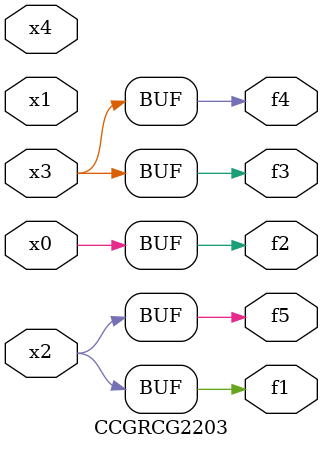
<source format=v>
module CCGRCG2203(
	input x0, x1, x2, x3, x4,
	output f1, f2, f3, f4, f5
);
	assign f1 = x2;
	assign f2 = x0;
	assign f3 = x3;
	assign f4 = x3;
	assign f5 = x2;
endmodule

</source>
